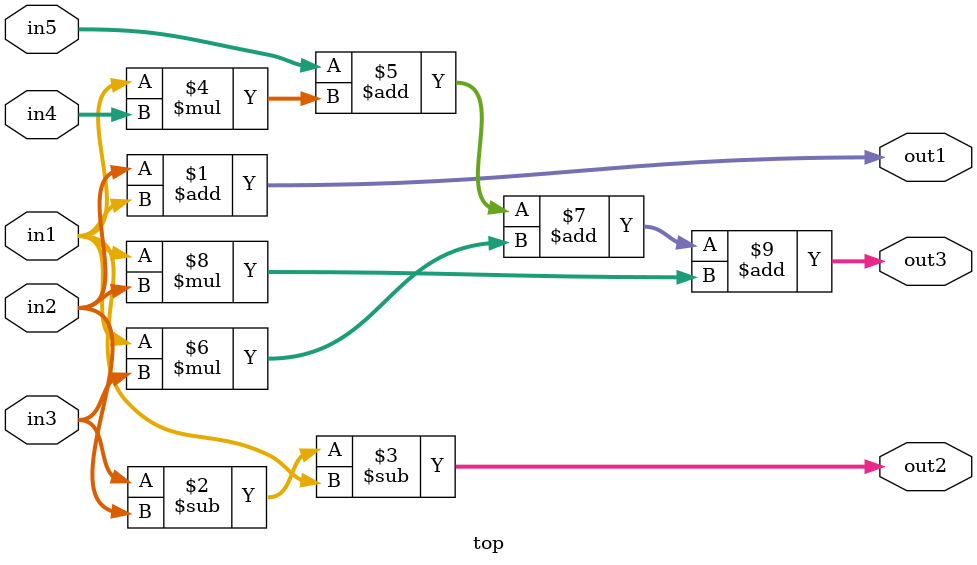
<source format=v>
module top(in1, in2, in3, in4, in5, out1, out2, out3);
  input [15:0] in1;
  input [15:0] in2;
  input [15:0] in3;
  input [15:0] in4;
  input [15:0] in5;
  output [16:0] out1;
  output [16:0] out2;
  output [33:0] out3;
  wire [15:0] in1;
  wire [15:0] in2;
  wire [15:0] in3;
  wire [15:0] in4;
  wire [15:0] in5;
  wire [16:0] out1;
  wire [16:0] out2;
  wire [33:0] out3;
  assign out1 = in2 + in1;
  assign out2 = in3 - in2 - in1;
  assign out3 = in5 + in1*in4 + in1*in3 + in1*in2;
endmodule

</source>
